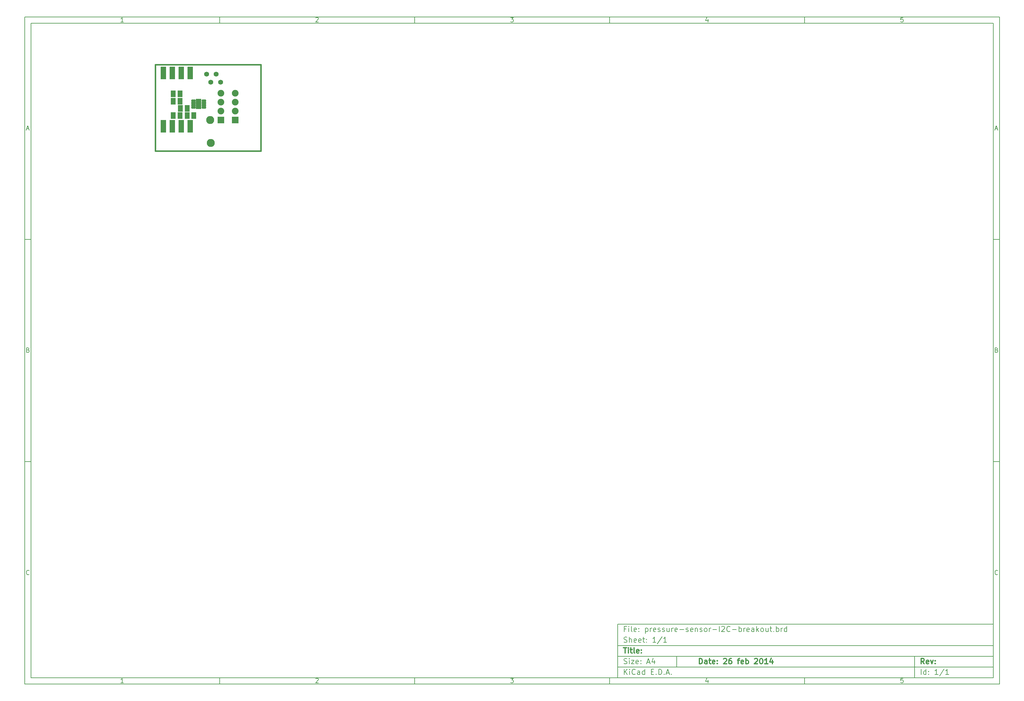
<source format=gts>
G04 (created by PCBNEW-RS274X (2012-apr-16-27)-stable) date Thu 27 Feb 2014 00:38:27 NZDT*
G01*
G70*
G90*
%MOIN*%
G04 Gerber Fmt 3.4, Leading zero omitted, Abs format*
%FSLAX34Y34*%
G04 APERTURE LIST*
%ADD10C,0.006000*%
%ADD11C,0.012000*%
%ADD12C,0.015000*%
%ADD13R,0.055000X0.075000*%
%ADD14R,0.075000X0.075000*%
%ADD15C,0.075000*%
%ADD16R,0.059300X0.142000*%
%ADD17O,0.051400X0.029800*%
%ADD18R,0.059300X0.113700*%
%ADD19C,0.055000*%
%ADD20C,0.090000*%
G04 APERTURE END LIST*
G54D10*
X04000Y-04000D02*
X113000Y-04000D01*
X113000Y-78670D01*
X04000Y-78670D01*
X04000Y-04000D01*
X04700Y-04700D02*
X112300Y-04700D01*
X112300Y-77970D01*
X04700Y-77970D01*
X04700Y-04700D01*
X25800Y-04000D02*
X25800Y-04700D01*
X15043Y-04552D02*
X14757Y-04552D01*
X14900Y-04552D02*
X14900Y-04052D01*
X14852Y-04124D01*
X14805Y-04171D01*
X14757Y-04195D01*
X25800Y-78670D02*
X25800Y-77970D01*
X15043Y-78522D02*
X14757Y-78522D01*
X14900Y-78522D02*
X14900Y-78022D01*
X14852Y-78094D01*
X14805Y-78141D01*
X14757Y-78165D01*
X47600Y-04000D02*
X47600Y-04700D01*
X36557Y-04100D02*
X36581Y-04076D01*
X36629Y-04052D01*
X36748Y-04052D01*
X36795Y-04076D01*
X36819Y-04100D01*
X36843Y-04148D01*
X36843Y-04195D01*
X36819Y-04267D01*
X36533Y-04552D01*
X36843Y-04552D01*
X47600Y-78670D02*
X47600Y-77970D01*
X36557Y-78070D02*
X36581Y-78046D01*
X36629Y-78022D01*
X36748Y-78022D01*
X36795Y-78046D01*
X36819Y-78070D01*
X36843Y-78118D01*
X36843Y-78165D01*
X36819Y-78237D01*
X36533Y-78522D01*
X36843Y-78522D01*
X69400Y-04000D02*
X69400Y-04700D01*
X58333Y-04052D02*
X58643Y-04052D01*
X58476Y-04243D01*
X58548Y-04243D01*
X58595Y-04267D01*
X58619Y-04290D01*
X58643Y-04338D01*
X58643Y-04457D01*
X58619Y-04505D01*
X58595Y-04529D01*
X58548Y-04552D01*
X58405Y-04552D01*
X58357Y-04529D01*
X58333Y-04505D01*
X69400Y-78670D02*
X69400Y-77970D01*
X58333Y-78022D02*
X58643Y-78022D01*
X58476Y-78213D01*
X58548Y-78213D01*
X58595Y-78237D01*
X58619Y-78260D01*
X58643Y-78308D01*
X58643Y-78427D01*
X58619Y-78475D01*
X58595Y-78499D01*
X58548Y-78522D01*
X58405Y-78522D01*
X58357Y-78499D01*
X58333Y-78475D01*
X91200Y-04000D02*
X91200Y-04700D01*
X80395Y-04219D02*
X80395Y-04552D01*
X80276Y-04029D02*
X80157Y-04386D01*
X80467Y-04386D01*
X91200Y-78670D02*
X91200Y-77970D01*
X80395Y-78189D02*
X80395Y-78522D01*
X80276Y-77999D02*
X80157Y-78356D01*
X80467Y-78356D01*
X102219Y-04052D02*
X101981Y-04052D01*
X101957Y-04290D01*
X101981Y-04267D01*
X102029Y-04243D01*
X102148Y-04243D01*
X102195Y-04267D01*
X102219Y-04290D01*
X102243Y-04338D01*
X102243Y-04457D01*
X102219Y-04505D01*
X102195Y-04529D01*
X102148Y-04552D01*
X102029Y-04552D01*
X101981Y-04529D01*
X101957Y-04505D01*
X102219Y-78022D02*
X101981Y-78022D01*
X101957Y-78260D01*
X101981Y-78237D01*
X102029Y-78213D01*
X102148Y-78213D01*
X102195Y-78237D01*
X102219Y-78260D01*
X102243Y-78308D01*
X102243Y-78427D01*
X102219Y-78475D01*
X102195Y-78499D01*
X102148Y-78522D01*
X102029Y-78522D01*
X101981Y-78499D01*
X101957Y-78475D01*
X04000Y-28890D02*
X04700Y-28890D01*
X04231Y-16510D02*
X04469Y-16510D01*
X04184Y-16652D02*
X04350Y-16152D01*
X04517Y-16652D01*
X113000Y-28890D02*
X112300Y-28890D01*
X112531Y-16510D02*
X112769Y-16510D01*
X112484Y-16652D02*
X112650Y-16152D01*
X112817Y-16652D01*
X04000Y-53780D02*
X04700Y-53780D01*
X04386Y-41280D02*
X04457Y-41304D01*
X04481Y-41328D01*
X04505Y-41376D01*
X04505Y-41447D01*
X04481Y-41495D01*
X04457Y-41519D01*
X04410Y-41542D01*
X04219Y-41542D01*
X04219Y-41042D01*
X04386Y-41042D01*
X04433Y-41066D01*
X04457Y-41090D01*
X04481Y-41138D01*
X04481Y-41185D01*
X04457Y-41233D01*
X04433Y-41257D01*
X04386Y-41280D01*
X04219Y-41280D01*
X113000Y-53780D02*
X112300Y-53780D01*
X112686Y-41280D02*
X112757Y-41304D01*
X112781Y-41328D01*
X112805Y-41376D01*
X112805Y-41447D01*
X112781Y-41495D01*
X112757Y-41519D01*
X112710Y-41542D01*
X112519Y-41542D01*
X112519Y-41042D01*
X112686Y-41042D01*
X112733Y-41066D01*
X112757Y-41090D01*
X112781Y-41138D01*
X112781Y-41185D01*
X112757Y-41233D01*
X112733Y-41257D01*
X112686Y-41280D01*
X112519Y-41280D01*
X04505Y-66385D02*
X04481Y-66409D01*
X04410Y-66432D01*
X04362Y-66432D01*
X04290Y-66409D01*
X04243Y-66361D01*
X04219Y-66313D01*
X04195Y-66218D01*
X04195Y-66147D01*
X04219Y-66051D01*
X04243Y-66004D01*
X04290Y-65956D01*
X04362Y-65932D01*
X04410Y-65932D01*
X04481Y-65956D01*
X04505Y-65980D01*
X112805Y-66385D02*
X112781Y-66409D01*
X112710Y-66432D01*
X112662Y-66432D01*
X112590Y-66409D01*
X112543Y-66361D01*
X112519Y-66313D01*
X112495Y-66218D01*
X112495Y-66147D01*
X112519Y-66051D01*
X112543Y-66004D01*
X112590Y-65956D01*
X112662Y-65932D01*
X112710Y-65932D01*
X112781Y-65956D01*
X112805Y-65980D01*
G54D11*
X79443Y-76413D02*
X79443Y-75813D01*
X79586Y-75813D01*
X79671Y-75841D01*
X79729Y-75899D01*
X79757Y-75956D01*
X79786Y-76070D01*
X79786Y-76156D01*
X79757Y-76270D01*
X79729Y-76327D01*
X79671Y-76384D01*
X79586Y-76413D01*
X79443Y-76413D01*
X80300Y-76413D02*
X80300Y-76099D01*
X80271Y-76041D01*
X80214Y-76013D01*
X80100Y-76013D01*
X80043Y-76041D01*
X80300Y-76384D02*
X80243Y-76413D01*
X80100Y-76413D01*
X80043Y-76384D01*
X80014Y-76327D01*
X80014Y-76270D01*
X80043Y-76213D01*
X80100Y-76184D01*
X80243Y-76184D01*
X80300Y-76156D01*
X80500Y-76013D02*
X80729Y-76013D01*
X80586Y-75813D02*
X80586Y-76327D01*
X80614Y-76384D01*
X80672Y-76413D01*
X80729Y-76413D01*
X81157Y-76384D02*
X81100Y-76413D01*
X80986Y-76413D01*
X80929Y-76384D01*
X80900Y-76327D01*
X80900Y-76099D01*
X80929Y-76041D01*
X80986Y-76013D01*
X81100Y-76013D01*
X81157Y-76041D01*
X81186Y-76099D01*
X81186Y-76156D01*
X80900Y-76213D01*
X81443Y-76356D02*
X81471Y-76384D01*
X81443Y-76413D01*
X81414Y-76384D01*
X81443Y-76356D01*
X81443Y-76413D01*
X81443Y-76041D02*
X81471Y-76070D01*
X81443Y-76099D01*
X81414Y-76070D01*
X81443Y-76041D01*
X81443Y-76099D01*
X82157Y-75870D02*
X82186Y-75841D01*
X82243Y-75813D01*
X82386Y-75813D01*
X82443Y-75841D01*
X82472Y-75870D01*
X82500Y-75927D01*
X82500Y-75984D01*
X82472Y-76070D01*
X82129Y-76413D01*
X82500Y-76413D01*
X83014Y-75813D02*
X82900Y-75813D01*
X82843Y-75841D01*
X82814Y-75870D01*
X82757Y-75956D01*
X82728Y-76070D01*
X82728Y-76299D01*
X82757Y-76356D01*
X82785Y-76384D01*
X82843Y-76413D01*
X82957Y-76413D01*
X83014Y-76384D01*
X83043Y-76356D01*
X83071Y-76299D01*
X83071Y-76156D01*
X83043Y-76099D01*
X83014Y-76070D01*
X82957Y-76041D01*
X82843Y-76041D01*
X82785Y-76070D01*
X82757Y-76099D01*
X82728Y-76156D01*
X83699Y-76013D02*
X83928Y-76013D01*
X83785Y-76413D02*
X83785Y-75899D01*
X83813Y-75841D01*
X83871Y-75813D01*
X83928Y-75813D01*
X84356Y-76384D02*
X84299Y-76413D01*
X84185Y-76413D01*
X84128Y-76384D01*
X84099Y-76327D01*
X84099Y-76099D01*
X84128Y-76041D01*
X84185Y-76013D01*
X84299Y-76013D01*
X84356Y-76041D01*
X84385Y-76099D01*
X84385Y-76156D01*
X84099Y-76213D01*
X84642Y-76413D02*
X84642Y-75813D01*
X84642Y-76041D02*
X84699Y-76013D01*
X84813Y-76013D01*
X84870Y-76041D01*
X84899Y-76070D01*
X84928Y-76127D01*
X84928Y-76299D01*
X84899Y-76356D01*
X84870Y-76384D01*
X84813Y-76413D01*
X84699Y-76413D01*
X84642Y-76384D01*
X85613Y-75870D02*
X85642Y-75841D01*
X85699Y-75813D01*
X85842Y-75813D01*
X85899Y-75841D01*
X85928Y-75870D01*
X85956Y-75927D01*
X85956Y-75984D01*
X85928Y-76070D01*
X85585Y-76413D01*
X85956Y-76413D01*
X86327Y-75813D02*
X86384Y-75813D01*
X86441Y-75841D01*
X86470Y-75870D01*
X86499Y-75927D01*
X86527Y-76041D01*
X86527Y-76184D01*
X86499Y-76299D01*
X86470Y-76356D01*
X86441Y-76384D01*
X86384Y-76413D01*
X86327Y-76413D01*
X86270Y-76384D01*
X86241Y-76356D01*
X86213Y-76299D01*
X86184Y-76184D01*
X86184Y-76041D01*
X86213Y-75927D01*
X86241Y-75870D01*
X86270Y-75841D01*
X86327Y-75813D01*
X87098Y-76413D02*
X86755Y-76413D01*
X86927Y-76413D02*
X86927Y-75813D01*
X86870Y-75899D01*
X86812Y-75956D01*
X86755Y-75984D01*
X87612Y-76013D02*
X87612Y-76413D01*
X87469Y-75784D02*
X87326Y-76213D01*
X87698Y-76213D01*
G54D10*
X71043Y-77613D02*
X71043Y-77013D01*
X71386Y-77613D02*
X71129Y-77270D01*
X71386Y-77013D02*
X71043Y-77356D01*
X71643Y-77613D02*
X71643Y-77213D01*
X71643Y-77013D02*
X71614Y-77041D01*
X71643Y-77070D01*
X71671Y-77041D01*
X71643Y-77013D01*
X71643Y-77070D01*
X72272Y-77556D02*
X72243Y-77584D01*
X72157Y-77613D01*
X72100Y-77613D01*
X72015Y-77584D01*
X71957Y-77527D01*
X71929Y-77470D01*
X71900Y-77356D01*
X71900Y-77270D01*
X71929Y-77156D01*
X71957Y-77099D01*
X72015Y-77041D01*
X72100Y-77013D01*
X72157Y-77013D01*
X72243Y-77041D01*
X72272Y-77070D01*
X72786Y-77613D02*
X72786Y-77299D01*
X72757Y-77241D01*
X72700Y-77213D01*
X72586Y-77213D01*
X72529Y-77241D01*
X72786Y-77584D02*
X72729Y-77613D01*
X72586Y-77613D01*
X72529Y-77584D01*
X72500Y-77527D01*
X72500Y-77470D01*
X72529Y-77413D01*
X72586Y-77384D01*
X72729Y-77384D01*
X72786Y-77356D01*
X73329Y-77613D02*
X73329Y-77013D01*
X73329Y-77584D02*
X73272Y-77613D01*
X73158Y-77613D01*
X73100Y-77584D01*
X73072Y-77556D01*
X73043Y-77499D01*
X73043Y-77327D01*
X73072Y-77270D01*
X73100Y-77241D01*
X73158Y-77213D01*
X73272Y-77213D01*
X73329Y-77241D01*
X74072Y-77299D02*
X74272Y-77299D01*
X74358Y-77613D02*
X74072Y-77613D01*
X74072Y-77013D01*
X74358Y-77013D01*
X74615Y-77556D02*
X74643Y-77584D01*
X74615Y-77613D01*
X74586Y-77584D01*
X74615Y-77556D01*
X74615Y-77613D01*
X74901Y-77613D02*
X74901Y-77013D01*
X75044Y-77013D01*
X75129Y-77041D01*
X75187Y-77099D01*
X75215Y-77156D01*
X75244Y-77270D01*
X75244Y-77356D01*
X75215Y-77470D01*
X75187Y-77527D01*
X75129Y-77584D01*
X75044Y-77613D01*
X74901Y-77613D01*
X75501Y-77556D02*
X75529Y-77584D01*
X75501Y-77613D01*
X75472Y-77584D01*
X75501Y-77556D01*
X75501Y-77613D01*
X75758Y-77441D02*
X76044Y-77441D01*
X75701Y-77613D02*
X75901Y-77013D01*
X76101Y-77613D01*
X76301Y-77556D02*
X76329Y-77584D01*
X76301Y-77613D01*
X76272Y-77584D01*
X76301Y-77556D01*
X76301Y-77613D01*
G54D11*
X104586Y-76413D02*
X104386Y-76127D01*
X104243Y-76413D02*
X104243Y-75813D01*
X104471Y-75813D01*
X104529Y-75841D01*
X104557Y-75870D01*
X104586Y-75927D01*
X104586Y-76013D01*
X104557Y-76070D01*
X104529Y-76099D01*
X104471Y-76127D01*
X104243Y-76127D01*
X105071Y-76384D02*
X105014Y-76413D01*
X104900Y-76413D01*
X104843Y-76384D01*
X104814Y-76327D01*
X104814Y-76099D01*
X104843Y-76041D01*
X104900Y-76013D01*
X105014Y-76013D01*
X105071Y-76041D01*
X105100Y-76099D01*
X105100Y-76156D01*
X104814Y-76213D01*
X105300Y-76013D02*
X105443Y-76413D01*
X105585Y-76013D01*
X105814Y-76356D02*
X105842Y-76384D01*
X105814Y-76413D01*
X105785Y-76384D01*
X105814Y-76356D01*
X105814Y-76413D01*
X105814Y-76041D02*
X105842Y-76070D01*
X105814Y-76099D01*
X105785Y-76070D01*
X105814Y-76041D01*
X105814Y-76099D01*
G54D10*
X71014Y-76384D02*
X71100Y-76413D01*
X71243Y-76413D01*
X71300Y-76384D01*
X71329Y-76356D01*
X71357Y-76299D01*
X71357Y-76241D01*
X71329Y-76184D01*
X71300Y-76156D01*
X71243Y-76127D01*
X71129Y-76099D01*
X71071Y-76070D01*
X71043Y-76041D01*
X71014Y-75984D01*
X71014Y-75927D01*
X71043Y-75870D01*
X71071Y-75841D01*
X71129Y-75813D01*
X71271Y-75813D01*
X71357Y-75841D01*
X71614Y-76413D02*
X71614Y-76013D01*
X71614Y-75813D02*
X71585Y-75841D01*
X71614Y-75870D01*
X71642Y-75841D01*
X71614Y-75813D01*
X71614Y-75870D01*
X71843Y-76013D02*
X72157Y-76013D01*
X71843Y-76413D01*
X72157Y-76413D01*
X72614Y-76384D02*
X72557Y-76413D01*
X72443Y-76413D01*
X72386Y-76384D01*
X72357Y-76327D01*
X72357Y-76099D01*
X72386Y-76041D01*
X72443Y-76013D01*
X72557Y-76013D01*
X72614Y-76041D01*
X72643Y-76099D01*
X72643Y-76156D01*
X72357Y-76213D01*
X72900Y-76356D02*
X72928Y-76384D01*
X72900Y-76413D01*
X72871Y-76384D01*
X72900Y-76356D01*
X72900Y-76413D01*
X72900Y-76041D02*
X72928Y-76070D01*
X72900Y-76099D01*
X72871Y-76070D01*
X72900Y-76041D01*
X72900Y-76099D01*
X73614Y-76241D02*
X73900Y-76241D01*
X73557Y-76413D02*
X73757Y-75813D01*
X73957Y-76413D01*
X74414Y-76013D02*
X74414Y-76413D01*
X74271Y-75784D02*
X74128Y-76213D01*
X74500Y-76213D01*
X104243Y-77613D02*
X104243Y-77013D01*
X104786Y-77613D02*
X104786Y-77013D01*
X104786Y-77584D02*
X104729Y-77613D01*
X104615Y-77613D01*
X104557Y-77584D01*
X104529Y-77556D01*
X104500Y-77499D01*
X104500Y-77327D01*
X104529Y-77270D01*
X104557Y-77241D01*
X104615Y-77213D01*
X104729Y-77213D01*
X104786Y-77241D01*
X105072Y-77556D02*
X105100Y-77584D01*
X105072Y-77613D01*
X105043Y-77584D01*
X105072Y-77556D01*
X105072Y-77613D01*
X105072Y-77241D02*
X105100Y-77270D01*
X105072Y-77299D01*
X105043Y-77270D01*
X105072Y-77241D01*
X105072Y-77299D01*
X106129Y-77613D02*
X105786Y-77613D01*
X105958Y-77613D02*
X105958Y-77013D01*
X105901Y-77099D01*
X105843Y-77156D01*
X105786Y-77184D01*
X106814Y-76984D02*
X106300Y-77756D01*
X107329Y-77613D02*
X106986Y-77613D01*
X107158Y-77613D02*
X107158Y-77013D01*
X107101Y-77099D01*
X107043Y-77156D01*
X106986Y-77184D01*
G54D11*
X70957Y-74613D02*
X71300Y-74613D01*
X71129Y-75213D02*
X71129Y-74613D01*
X71500Y-75213D02*
X71500Y-74813D01*
X71500Y-74613D02*
X71471Y-74641D01*
X71500Y-74670D01*
X71528Y-74641D01*
X71500Y-74613D01*
X71500Y-74670D01*
X71700Y-74813D02*
X71929Y-74813D01*
X71786Y-74613D02*
X71786Y-75127D01*
X71814Y-75184D01*
X71872Y-75213D01*
X71929Y-75213D01*
X72215Y-75213D02*
X72157Y-75184D01*
X72129Y-75127D01*
X72129Y-74613D01*
X72671Y-75184D02*
X72614Y-75213D01*
X72500Y-75213D01*
X72443Y-75184D01*
X72414Y-75127D01*
X72414Y-74899D01*
X72443Y-74841D01*
X72500Y-74813D01*
X72614Y-74813D01*
X72671Y-74841D01*
X72700Y-74899D01*
X72700Y-74956D01*
X72414Y-75013D01*
X72957Y-75156D02*
X72985Y-75184D01*
X72957Y-75213D01*
X72928Y-75184D01*
X72957Y-75156D01*
X72957Y-75213D01*
X72957Y-74841D02*
X72985Y-74870D01*
X72957Y-74899D01*
X72928Y-74870D01*
X72957Y-74841D01*
X72957Y-74899D01*
G54D10*
X71243Y-72499D02*
X71043Y-72499D01*
X71043Y-72813D02*
X71043Y-72213D01*
X71329Y-72213D01*
X71557Y-72813D02*
X71557Y-72413D01*
X71557Y-72213D02*
X71528Y-72241D01*
X71557Y-72270D01*
X71585Y-72241D01*
X71557Y-72213D01*
X71557Y-72270D01*
X71929Y-72813D02*
X71871Y-72784D01*
X71843Y-72727D01*
X71843Y-72213D01*
X72385Y-72784D02*
X72328Y-72813D01*
X72214Y-72813D01*
X72157Y-72784D01*
X72128Y-72727D01*
X72128Y-72499D01*
X72157Y-72441D01*
X72214Y-72413D01*
X72328Y-72413D01*
X72385Y-72441D01*
X72414Y-72499D01*
X72414Y-72556D01*
X72128Y-72613D01*
X72671Y-72756D02*
X72699Y-72784D01*
X72671Y-72813D01*
X72642Y-72784D01*
X72671Y-72756D01*
X72671Y-72813D01*
X72671Y-72441D02*
X72699Y-72470D01*
X72671Y-72499D01*
X72642Y-72470D01*
X72671Y-72441D01*
X72671Y-72499D01*
X73414Y-72413D02*
X73414Y-73013D01*
X73414Y-72441D02*
X73471Y-72413D01*
X73585Y-72413D01*
X73642Y-72441D01*
X73671Y-72470D01*
X73700Y-72527D01*
X73700Y-72699D01*
X73671Y-72756D01*
X73642Y-72784D01*
X73585Y-72813D01*
X73471Y-72813D01*
X73414Y-72784D01*
X73957Y-72813D02*
X73957Y-72413D01*
X73957Y-72527D02*
X73985Y-72470D01*
X74014Y-72441D01*
X74071Y-72413D01*
X74128Y-72413D01*
X74556Y-72784D02*
X74499Y-72813D01*
X74385Y-72813D01*
X74328Y-72784D01*
X74299Y-72727D01*
X74299Y-72499D01*
X74328Y-72441D01*
X74385Y-72413D01*
X74499Y-72413D01*
X74556Y-72441D01*
X74585Y-72499D01*
X74585Y-72556D01*
X74299Y-72613D01*
X74813Y-72784D02*
X74870Y-72813D01*
X74985Y-72813D01*
X75042Y-72784D01*
X75070Y-72727D01*
X75070Y-72699D01*
X75042Y-72641D01*
X74985Y-72613D01*
X74899Y-72613D01*
X74842Y-72584D01*
X74813Y-72527D01*
X74813Y-72499D01*
X74842Y-72441D01*
X74899Y-72413D01*
X74985Y-72413D01*
X75042Y-72441D01*
X75299Y-72784D02*
X75356Y-72813D01*
X75471Y-72813D01*
X75528Y-72784D01*
X75556Y-72727D01*
X75556Y-72699D01*
X75528Y-72641D01*
X75471Y-72613D01*
X75385Y-72613D01*
X75328Y-72584D01*
X75299Y-72527D01*
X75299Y-72499D01*
X75328Y-72441D01*
X75385Y-72413D01*
X75471Y-72413D01*
X75528Y-72441D01*
X76071Y-72413D02*
X76071Y-72813D01*
X75814Y-72413D02*
X75814Y-72727D01*
X75842Y-72784D01*
X75900Y-72813D01*
X75985Y-72813D01*
X76042Y-72784D01*
X76071Y-72756D01*
X76357Y-72813D02*
X76357Y-72413D01*
X76357Y-72527D02*
X76385Y-72470D01*
X76414Y-72441D01*
X76471Y-72413D01*
X76528Y-72413D01*
X76956Y-72784D02*
X76899Y-72813D01*
X76785Y-72813D01*
X76728Y-72784D01*
X76699Y-72727D01*
X76699Y-72499D01*
X76728Y-72441D01*
X76785Y-72413D01*
X76899Y-72413D01*
X76956Y-72441D01*
X76985Y-72499D01*
X76985Y-72556D01*
X76699Y-72613D01*
X77242Y-72584D02*
X77699Y-72584D01*
X77956Y-72784D02*
X78013Y-72813D01*
X78128Y-72813D01*
X78185Y-72784D01*
X78213Y-72727D01*
X78213Y-72699D01*
X78185Y-72641D01*
X78128Y-72613D01*
X78042Y-72613D01*
X77985Y-72584D01*
X77956Y-72527D01*
X77956Y-72499D01*
X77985Y-72441D01*
X78042Y-72413D01*
X78128Y-72413D01*
X78185Y-72441D01*
X78699Y-72784D02*
X78642Y-72813D01*
X78528Y-72813D01*
X78471Y-72784D01*
X78442Y-72727D01*
X78442Y-72499D01*
X78471Y-72441D01*
X78528Y-72413D01*
X78642Y-72413D01*
X78699Y-72441D01*
X78728Y-72499D01*
X78728Y-72556D01*
X78442Y-72613D01*
X78985Y-72413D02*
X78985Y-72813D01*
X78985Y-72470D02*
X79013Y-72441D01*
X79071Y-72413D01*
X79156Y-72413D01*
X79213Y-72441D01*
X79242Y-72499D01*
X79242Y-72813D01*
X79499Y-72784D02*
X79556Y-72813D01*
X79671Y-72813D01*
X79728Y-72784D01*
X79756Y-72727D01*
X79756Y-72699D01*
X79728Y-72641D01*
X79671Y-72613D01*
X79585Y-72613D01*
X79528Y-72584D01*
X79499Y-72527D01*
X79499Y-72499D01*
X79528Y-72441D01*
X79585Y-72413D01*
X79671Y-72413D01*
X79728Y-72441D01*
X80100Y-72813D02*
X80042Y-72784D01*
X80014Y-72756D01*
X79985Y-72699D01*
X79985Y-72527D01*
X80014Y-72470D01*
X80042Y-72441D01*
X80100Y-72413D01*
X80185Y-72413D01*
X80242Y-72441D01*
X80271Y-72470D01*
X80300Y-72527D01*
X80300Y-72699D01*
X80271Y-72756D01*
X80242Y-72784D01*
X80185Y-72813D01*
X80100Y-72813D01*
X80557Y-72813D02*
X80557Y-72413D01*
X80557Y-72527D02*
X80585Y-72470D01*
X80614Y-72441D01*
X80671Y-72413D01*
X80728Y-72413D01*
X80928Y-72584D02*
X81385Y-72584D01*
X81671Y-72813D02*
X81671Y-72213D01*
X81928Y-72270D02*
X81957Y-72241D01*
X82014Y-72213D01*
X82157Y-72213D01*
X82214Y-72241D01*
X82243Y-72270D01*
X82271Y-72327D01*
X82271Y-72384D01*
X82243Y-72470D01*
X81900Y-72813D01*
X82271Y-72813D01*
X82871Y-72756D02*
X82842Y-72784D01*
X82756Y-72813D01*
X82699Y-72813D01*
X82614Y-72784D01*
X82556Y-72727D01*
X82528Y-72670D01*
X82499Y-72556D01*
X82499Y-72470D01*
X82528Y-72356D01*
X82556Y-72299D01*
X82614Y-72241D01*
X82699Y-72213D01*
X82756Y-72213D01*
X82842Y-72241D01*
X82871Y-72270D01*
X83128Y-72584D02*
X83585Y-72584D01*
X83871Y-72813D02*
X83871Y-72213D01*
X83871Y-72441D02*
X83928Y-72413D01*
X84042Y-72413D01*
X84099Y-72441D01*
X84128Y-72470D01*
X84157Y-72527D01*
X84157Y-72699D01*
X84128Y-72756D01*
X84099Y-72784D01*
X84042Y-72813D01*
X83928Y-72813D01*
X83871Y-72784D01*
X84414Y-72813D02*
X84414Y-72413D01*
X84414Y-72527D02*
X84442Y-72470D01*
X84471Y-72441D01*
X84528Y-72413D01*
X84585Y-72413D01*
X85013Y-72784D02*
X84956Y-72813D01*
X84842Y-72813D01*
X84785Y-72784D01*
X84756Y-72727D01*
X84756Y-72499D01*
X84785Y-72441D01*
X84842Y-72413D01*
X84956Y-72413D01*
X85013Y-72441D01*
X85042Y-72499D01*
X85042Y-72556D01*
X84756Y-72613D01*
X85556Y-72813D02*
X85556Y-72499D01*
X85527Y-72441D01*
X85470Y-72413D01*
X85356Y-72413D01*
X85299Y-72441D01*
X85556Y-72784D02*
X85499Y-72813D01*
X85356Y-72813D01*
X85299Y-72784D01*
X85270Y-72727D01*
X85270Y-72670D01*
X85299Y-72613D01*
X85356Y-72584D01*
X85499Y-72584D01*
X85556Y-72556D01*
X85842Y-72813D02*
X85842Y-72213D01*
X85899Y-72584D02*
X86070Y-72813D01*
X86070Y-72413D02*
X85842Y-72641D01*
X86414Y-72813D02*
X86356Y-72784D01*
X86328Y-72756D01*
X86299Y-72699D01*
X86299Y-72527D01*
X86328Y-72470D01*
X86356Y-72441D01*
X86414Y-72413D01*
X86499Y-72413D01*
X86556Y-72441D01*
X86585Y-72470D01*
X86614Y-72527D01*
X86614Y-72699D01*
X86585Y-72756D01*
X86556Y-72784D01*
X86499Y-72813D01*
X86414Y-72813D01*
X87128Y-72413D02*
X87128Y-72813D01*
X86871Y-72413D02*
X86871Y-72727D01*
X86899Y-72784D01*
X86957Y-72813D01*
X87042Y-72813D01*
X87099Y-72784D01*
X87128Y-72756D01*
X87328Y-72413D02*
X87557Y-72413D01*
X87414Y-72213D02*
X87414Y-72727D01*
X87442Y-72784D01*
X87500Y-72813D01*
X87557Y-72813D01*
X87757Y-72756D02*
X87785Y-72784D01*
X87757Y-72813D01*
X87728Y-72784D01*
X87757Y-72756D01*
X87757Y-72813D01*
X88043Y-72813D02*
X88043Y-72213D01*
X88043Y-72441D02*
X88100Y-72413D01*
X88214Y-72413D01*
X88271Y-72441D01*
X88300Y-72470D01*
X88329Y-72527D01*
X88329Y-72699D01*
X88300Y-72756D01*
X88271Y-72784D01*
X88214Y-72813D01*
X88100Y-72813D01*
X88043Y-72784D01*
X88586Y-72813D02*
X88586Y-72413D01*
X88586Y-72527D02*
X88614Y-72470D01*
X88643Y-72441D01*
X88700Y-72413D01*
X88757Y-72413D01*
X89214Y-72813D02*
X89214Y-72213D01*
X89214Y-72784D02*
X89157Y-72813D01*
X89043Y-72813D01*
X88985Y-72784D01*
X88957Y-72756D01*
X88928Y-72699D01*
X88928Y-72527D01*
X88957Y-72470D01*
X88985Y-72441D01*
X89043Y-72413D01*
X89157Y-72413D01*
X89214Y-72441D01*
X71014Y-73984D02*
X71100Y-74013D01*
X71243Y-74013D01*
X71300Y-73984D01*
X71329Y-73956D01*
X71357Y-73899D01*
X71357Y-73841D01*
X71329Y-73784D01*
X71300Y-73756D01*
X71243Y-73727D01*
X71129Y-73699D01*
X71071Y-73670D01*
X71043Y-73641D01*
X71014Y-73584D01*
X71014Y-73527D01*
X71043Y-73470D01*
X71071Y-73441D01*
X71129Y-73413D01*
X71271Y-73413D01*
X71357Y-73441D01*
X71614Y-74013D02*
X71614Y-73413D01*
X71871Y-74013D02*
X71871Y-73699D01*
X71842Y-73641D01*
X71785Y-73613D01*
X71700Y-73613D01*
X71642Y-73641D01*
X71614Y-73670D01*
X72385Y-73984D02*
X72328Y-74013D01*
X72214Y-74013D01*
X72157Y-73984D01*
X72128Y-73927D01*
X72128Y-73699D01*
X72157Y-73641D01*
X72214Y-73613D01*
X72328Y-73613D01*
X72385Y-73641D01*
X72414Y-73699D01*
X72414Y-73756D01*
X72128Y-73813D01*
X72899Y-73984D02*
X72842Y-74013D01*
X72728Y-74013D01*
X72671Y-73984D01*
X72642Y-73927D01*
X72642Y-73699D01*
X72671Y-73641D01*
X72728Y-73613D01*
X72842Y-73613D01*
X72899Y-73641D01*
X72928Y-73699D01*
X72928Y-73756D01*
X72642Y-73813D01*
X73099Y-73613D02*
X73328Y-73613D01*
X73185Y-73413D02*
X73185Y-73927D01*
X73213Y-73984D01*
X73271Y-74013D01*
X73328Y-74013D01*
X73528Y-73956D02*
X73556Y-73984D01*
X73528Y-74013D01*
X73499Y-73984D01*
X73528Y-73956D01*
X73528Y-74013D01*
X73528Y-73641D02*
X73556Y-73670D01*
X73528Y-73699D01*
X73499Y-73670D01*
X73528Y-73641D01*
X73528Y-73699D01*
X74585Y-74013D02*
X74242Y-74013D01*
X74414Y-74013D02*
X74414Y-73413D01*
X74357Y-73499D01*
X74299Y-73556D01*
X74242Y-73584D01*
X75270Y-73384D02*
X74756Y-74156D01*
X75785Y-74013D02*
X75442Y-74013D01*
X75614Y-74013D02*
X75614Y-73413D01*
X75557Y-73499D01*
X75499Y-73556D01*
X75442Y-73584D01*
X70300Y-71970D02*
X70300Y-77970D01*
X70300Y-71970D02*
X112300Y-71970D01*
X70300Y-71970D02*
X112300Y-71970D01*
X70300Y-74370D02*
X112300Y-74370D01*
X103500Y-75570D02*
X103500Y-77970D01*
X70300Y-76770D02*
X112300Y-76770D01*
X70300Y-75570D02*
X112300Y-75570D01*
X76900Y-75570D02*
X76900Y-76770D01*
G54D12*
X30400Y-09350D02*
X18600Y-09350D01*
X30400Y-18950D02*
X30400Y-09350D01*
X18600Y-19000D02*
X30400Y-19000D01*
X18600Y-09350D02*
X18600Y-19000D01*
G54D13*
X20625Y-12600D03*
X21375Y-12600D03*
X22175Y-14250D03*
X21425Y-14250D03*
X20625Y-15050D03*
X21375Y-15050D03*
X20625Y-13450D03*
X21375Y-13450D03*
X22925Y-15050D03*
X22175Y-15050D03*
G54D14*
X27550Y-15550D03*
G54D15*
X27550Y-14550D03*
X27550Y-13550D03*
X27550Y-12550D03*
G54D14*
X25950Y-15550D03*
G54D15*
X25950Y-14550D03*
X25950Y-13550D03*
X25950Y-12550D03*
G54D16*
X19501Y-16223D03*
X20501Y-16223D03*
X21499Y-16223D03*
X22499Y-16223D03*
X22499Y-10277D03*
X21499Y-10277D03*
X20501Y-10277D03*
X19501Y-10277D03*
G54D17*
X22860Y-13357D03*
X22860Y-13554D03*
X22860Y-13750D03*
X22860Y-13946D03*
X22860Y-14143D03*
X24040Y-14143D03*
X24040Y-13946D03*
X24040Y-13750D03*
X24040Y-13554D03*
X24040Y-13357D03*
G54D18*
X23450Y-13750D03*
G54D19*
X24800Y-11300D03*
X25900Y-11300D03*
G54D20*
X24800Y-18100D03*
X24750Y-15550D03*
G54D19*
X25400Y-10400D03*
X24350Y-10400D03*
M02*

</source>
